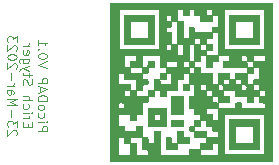
<source format=gbr>
%TF.GenerationSoftware,KiCad,Pcbnew,(6.0.7)*%
%TF.CreationDate,2023-03-22T16:10:42+01:00*%
%TF.ProjectId,PicoLink,5069636f-4c69-46e6-9b2e-6b696361645f,rev?*%
%TF.SameCoordinates,Original*%
%TF.FileFunction,Legend,Bot*%
%TF.FilePolarity,Positive*%
%FSLAX46Y46*%
G04 Gerber Fmt 4.6, Leading zero omitted, Abs format (unit mm)*
G04 Created by KiCad (PCBNEW (6.0.7)) date 2023-03-22 16:10:42*
%MOMM*%
%LPD*%
G01*
G04 APERTURE LIST*
%ADD10C,0.120000*%
%ADD11C,0.010000*%
G04 APERTURE END LIST*
D10*
X99626095Y-125447619D02*
X100426095Y-125447619D01*
X100426095Y-125142857D01*
X100388000Y-125066666D01*
X100349904Y-125028571D01*
X100273714Y-124990476D01*
X100159428Y-124990476D01*
X100083238Y-125028571D01*
X100045142Y-125066666D01*
X100007047Y-125142857D01*
X100007047Y-125447619D01*
X99626095Y-124647619D02*
X100159428Y-124647619D01*
X100426095Y-124647619D02*
X100388000Y-124685714D01*
X100349904Y-124647619D01*
X100388000Y-124609523D01*
X100426095Y-124647619D01*
X100349904Y-124647619D01*
X99664190Y-123923809D02*
X99626095Y-124000000D01*
X99626095Y-124152380D01*
X99664190Y-124228571D01*
X99702285Y-124266666D01*
X99778476Y-124304761D01*
X100007047Y-124304761D01*
X100083238Y-124266666D01*
X100121333Y-124228571D01*
X100159428Y-124152380D01*
X100159428Y-124000000D01*
X100121333Y-123923809D01*
X99626095Y-123466666D02*
X99664190Y-123542857D01*
X99702285Y-123580952D01*
X99778476Y-123619047D01*
X100007047Y-123619047D01*
X100083238Y-123580952D01*
X100121333Y-123542857D01*
X100159428Y-123466666D01*
X100159428Y-123352380D01*
X100121333Y-123276190D01*
X100083238Y-123238095D01*
X100007047Y-123200000D01*
X99778476Y-123200000D01*
X99702285Y-123238095D01*
X99664190Y-123276190D01*
X99626095Y-123352380D01*
X99626095Y-123466666D01*
X99626095Y-122857142D02*
X100426095Y-122857142D01*
X100426095Y-122666666D01*
X100388000Y-122552380D01*
X100311809Y-122476190D01*
X100235619Y-122438095D01*
X100083238Y-122400000D01*
X99968952Y-122400000D01*
X99816571Y-122438095D01*
X99740380Y-122476190D01*
X99664190Y-122552380D01*
X99626095Y-122666666D01*
X99626095Y-122857142D01*
X99854666Y-122095238D02*
X99854666Y-121714285D01*
X99626095Y-122171428D02*
X100426095Y-121904761D01*
X99626095Y-121638095D01*
X99626095Y-121371428D02*
X100426095Y-121371428D01*
X100426095Y-121066666D01*
X100388000Y-120990476D01*
X100349904Y-120952380D01*
X100273714Y-120914285D01*
X100159428Y-120914285D01*
X100083238Y-120952380D01*
X100045142Y-120990476D01*
X100007047Y-121066666D01*
X100007047Y-121371428D01*
X100426095Y-120076190D02*
X99626095Y-119809523D01*
X100426095Y-119542857D01*
X100426095Y-119123809D02*
X100426095Y-119047619D01*
X100388000Y-118971428D01*
X100349904Y-118933333D01*
X100273714Y-118895238D01*
X100121333Y-118857142D01*
X99930857Y-118857142D01*
X99778476Y-118895238D01*
X99702285Y-118933333D01*
X99664190Y-118971428D01*
X99626095Y-119047619D01*
X99626095Y-119123809D01*
X99664190Y-119200000D01*
X99702285Y-119238095D01*
X99778476Y-119276190D01*
X99930857Y-119314285D01*
X100121333Y-119314285D01*
X100273714Y-119276190D01*
X100349904Y-119238095D01*
X100388000Y-119200000D01*
X100426095Y-119123809D01*
X99702285Y-118514285D02*
X99664190Y-118476190D01*
X99626095Y-118514285D01*
X99664190Y-118552380D01*
X99702285Y-118514285D01*
X99626095Y-118514285D01*
X99626095Y-117714285D02*
X99626095Y-118171428D01*
X99626095Y-117942857D02*
X100426095Y-117942857D01*
X100311809Y-118019047D01*
X100235619Y-118095238D01*
X100197523Y-118171428D01*
X98757142Y-125085714D02*
X98757142Y-124819047D01*
X98338095Y-124704761D02*
X98338095Y-125085714D01*
X99138095Y-125085714D01*
X99138095Y-124704761D01*
X98338095Y-124361904D02*
X98871428Y-124361904D01*
X98719047Y-124361904D02*
X98795238Y-124323809D01*
X98833333Y-124285714D01*
X98871428Y-124209523D01*
X98871428Y-124133333D01*
X98338095Y-123866666D02*
X98871428Y-123866666D01*
X99138095Y-123866666D02*
X99100000Y-123904761D01*
X99061904Y-123866666D01*
X99100000Y-123828571D01*
X99138095Y-123866666D01*
X99061904Y-123866666D01*
X98376190Y-123142857D02*
X98338095Y-123219047D01*
X98338095Y-123371428D01*
X98376190Y-123447619D01*
X98414285Y-123485714D01*
X98490476Y-123523809D01*
X98719047Y-123523809D01*
X98795238Y-123485714D01*
X98833333Y-123447619D01*
X98871428Y-123371428D01*
X98871428Y-123219047D01*
X98833333Y-123142857D01*
X98338095Y-122800000D02*
X99138095Y-122800000D01*
X98338095Y-122457142D02*
X98757142Y-122457142D01*
X98833333Y-122495238D01*
X98871428Y-122571428D01*
X98871428Y-122685714D01*
X98833333Y-122761904D01*
X98795238Y-122800000D01*
X98376190Y-121504761D02*
X98338095Y-121390476D01*
X98338095Y-121200000D01*
X98376190Y-121123809D01*
X98414285Y-121085714D01*
X98490476Y-121047619D01*
X98566666Y-121047619D01*
X98642857Y-121085714D01*
X98680952Y-121123809D01*
X98719047Y-121200000D01*
X98757142Y-121352380D01*
X98795238Y-121428571D01*
X98833333Y-121466666D01*
X98909523Y-121504761D01*
X98985714Y-121504761D01*
X99061904Y-121466666D01*
X99100000Y-121428571D01*
X99138095Y-121352380D01*
X99138095Y-121161904D01*
X99100000Y-121047619D01*
X98871428Y-120819047D02*
X98871428Y-120514285D01*
X99138095Y-120704761D02*
X98452380Y-120704761D01*
X98376190Y-120666666D01*
X98338095Y-120590476D01*
X98338095Y-120514285D01*
X98871428Y-120323809D02*
X98338095Y-120133333D01*
X98871428Y-119942857D02*
X98338095Y-120133333D01*
X98147619Y-120209523D01*
X98109523Y-120247619D01*
X98071428Y-120323809D01*
X98871428Y-119295238D02*
X98223809Y-119295238D01*
X98147619Y-119333333D01*
X98109523Y-119371428D01*
X98071428Y-119447619D01*
X98071428Y-119561904D01*
X98109523Y-119638095D01*
X98376190Y-119295238D02*
X98338095Y-119371428D01*
X98338095Y-119523809D01*
X98376190Y-119600000D01*
X98414285Y-119638095D01*
X98490476Y-119676190D01*
X98719047Y-119676190D01*
X98795238Y-119638095D01*
X98833333Y-119600000D01*
X98871428Y-119523809D01*
X98871428Y-119371428D01*
X98833333Y-119295238D01*
X98376190Y-118609523D02*
X98338095Y-118685714D01*
X98338095Y-118838095D01*
X98376190Y-118914285D01*
X98452380Y-118952380D01*
X98757142Y-118952380D01*
X98833333Y-118914285D01*
X98871428Y-118838095D01*
X98871428Y-118685714D01*
X98833333Y-118609523D01*
X98757142Y-118571428D01*
X98680952Y-118571428D01*
X98604761Y-118952380D01*
X98338095Y-118228571D02*
X98871428Y-118228571D01*
X98719047Y-118228571D02*
X98795238Y-118190476D01*
X98833333Y-118152380D01*
X98871428Y-118076190D01*
X98871428Y-118000000D01*
X97773904Y-125790476D02*
X97812000Y-125752380D01*
X97850095Y-125676190D01*
X97850095Y-125485714D01*
X97812000Y-125409523D01*
X97773904Y-125371428D01*
X97697714Y-125333333D01*
X97621523Y-125333333D01*
X97507238Y-125371428D01*
X97050095Y-125828571D01*
X97050095Y-125333333D01*
X97850095Y-125066666D02*
X97850095Y-124571428D01*
X97545333Y-124838095D01*
X97545333Y-124723809D01*
X97507238Y-124647619D01*
X97469142Y-124609523D01*
X97392952Y-124571428D01*
X97202476Y-124571428D01*
X97126285Y-124609523D01*
X97088190Y-124647619D01*
X97050095Y-124723809D01*
X97050095Y-124952380D01*
X97088190Y-125028571D01*
X97126285Y-125066666D01*
X97354857Y-124228571D02*
X97354857Y-123619047D01*
X97050095Y-123238095D02*
X97850095Y-123238095D01*
X97278666Y-122971428D01*
X97850095Y-122704761D01*
X97050095Y-122704761D01*
X97050095Y-121980952D02*
X97469142Y-121980952D01*
X97545333Y-122019047D01*
X97583428Y-122095238D01*
X97583428Y-122247619D01*
X97545333Y-122323809D01*
X97088190Y-121980952D02*
X97050095Y-122057142D01*
X97050095Y-122247619D01*
X97088190Y-122323809D01*
X97164380Y-122361904D01*
X97240571Y-122361904D01*
X97316761Y-122323809D01*
X97354857Y-122247619D01*
X97354857Y-122057142D01*
X97392952Y-121980952D01*
X97050095Y-121600000D02*
X97583428Y-121600000D01*
X97431047Y-121600000D02*
X97507238Y-121561904D01*
X97545333Y-121523809D01*
X97583428Y-121447619D01*
X97583428Y-121371428D01*
X97354857Y-121104761D02*
X97354857Y-120495238D01*
X97773904Y-120152380D02*
X97812000Y-120114285D01*
X97850095Y-120038095D01*
X97850095Y-119847619D01*
X97812000Y-119771428D01*
X97773904Y-119733333D01*
X97697714Y-119695238D01*
X97621523Y-119695238D01*
X97507238Y-119733333D01*
X97050095Y-120190476D01*
X97050095Y-119695238D01*
X97850095Y-119200000D02*
X97850095Y-119123809D01*
X97812000Y-119047619D01*
X97773904Y-119009523D01*
X97697714Y-118971428D01*
X97545333Y-118933333D01*
X97354857Y-118933333D01*
X97202476Y-118971428D01*
X97126285Y-119009523D01*
X97088190Y-119047619D01*
X97050095Y-119123809D01*
X97050095Y-119200000D01*
X97088190Y-119276190D01*
X97126285Y-119314285D01*
X97202476Y-119352380D01*
X97354857Y-119390476D01*
X97545333Y-119390476D01*
X97697714Y-119352380D01*
X97773904Y-119314285D01*
X97812000Y-119276190D01*
X97850095Y-119200000D01*
X97773904Y-118628571D02*
X97812000Y-118590476D01*
X97850095Y-118514285D01*
X97850095Y-118323809D01*
X97812000Y-118247619D01*
X97773904Y-118209523D01*
X97697714Y-118171428D01*
X97621523Y-118171428D01*
X97507238Y-118209523D01*
X97050095Y-118666666D01*
X97050095Y-118171428D01*
X97850095Y-117904761D02*
X97850095Y-117409523D01*
X97545333Y-117676190D01*
X97545333Y-117561904D01*
X97507238Y-117485714D01*
X97469142Y-117447619D01*
X97392952Y-117409523D01*
X97202476Y-117409523D01*
X97126285Y-117447619D01*
X97088190Y-117485714D01*
X97050095Y-117561904D01*
X97050095Y-117790476D01*
X97088190Y-117866666D01*
X97126285Y-117904761D01*
%TO.C,H2*%
G36*
X115838500Y-126951500D02*
G01*
X115838500Y-124983000D01*
X116346500Y-124983000D01*
X116346500Y-126443500D01*
X117807000Y-126443500D01*
X117807000Y-124983000D01*
X116346500Y-124983000D01*
X115838500Y-124983000D01*
X115838500Y-124411500D01*
X118315000Y-124411500D01*
X118315000Y-126951500D01*
X115838500Y-126951500D01*
G37*
D11*
X115838500Y-126951500D02*
X115838500Y-124983000D01*
X116346500Y-124983000D01*
X116346500Y-126443500D01*
X117807000Y-126443500D01*
X117807000Y-124983000D01*
X116346500Y-124983000D01*
X115838500Y-124983000D01*
X115838500Y-124411500D01*
X118315000Y-124411500D01*
X118315000Y-126951500D01*
X115838500Y-126951500D01*
G36*
X115838500Y-118061500D02*
G01*
X115838500Y-116093000D01*
X116346500Y-116093000D01*
X116346500Y-117553500D01*
X117807000Y-117553500D01*
X117807000Y-116093000D01*
X116346500Y-116093000D01*
X115838500Y-116093000D01*
X115838500Y-115585000D01*
X118315000Y-115585000D01*
X118315000Y-118061500D01*
X115838500Y-118061500D01*
G37*
X115838500Y-118061500D02*
X115838500Y-116093000D01*
X116346500Y-116093000D01*
X116346500Y-117553500D01*
X117807000Y-117553500D01*
X117807000Y-116093000D01*
X116346500Y-116093000D01*
X115838500Y-116093000D01*
X115838500Y-115585000D01*
X118315000Y-115585000D01*
X118315000Y-118061500D01*
X115838500Y-118061500D01*
G36*
X118315000Y-121998500D02*
G01*
X118315000Y-122506500D01*
X117807000Y-122506500D01*
X117807000Y-123014500D01*
X117299000Y-123014500D01*
X117299000Y-122506500D01*
X116346500Y-122506500D01*
X116346500Y-121998500D01*
X115330500Y-121998500D01*
X115330500Y-121744500D01*
X115330004Y-121669550D01*
X115313788Y-121545668D01*
X115250549Y-121498189D01*
X115108250Y-121490500D01*
X114886000Y-121490500D01*
X114886000Y-121268250D01*
X115330500Y-121268250D01*
X115331068Y-121333830D01*
X115349601Y-121442227D01*
X115421873Y-121483771D01*
X115584500Y-121490500D01*
X115659450Y-121490003D01*
X115783332Y-121473787D01*
X115830811Y-121410548D01*
X115838500Y-121268250D01*
X116346500Y-121268250D01*
X116347068Y-121333830D01*
X116365601Y-121442227D01*
X116437873Y-121483771D01*
X116600500Y-121490500D01*
X116854500Y-121490500D01*
X116854500Y-121744500D01*
X116854997Y-121819449D01*
X116871213Y-121943331D01*
X116934452Y-121990810D01*
X117076750Y-121998500D01*
X117142331Y-121997932D01*
X117250728Y-121979399D01*
X117292272Y-121907127D01*
X117299000Y-121744500D01*
X117298504Y-121669550D01*
X117282288Y-121545668D01*
X117219049Y-121498189D01*
X117076750Y-121490500D01*
X117059834Y-121490472D01*
X116919790Y-121478298D01*
X116864330Y-121417208D01*
X116854500Y-121268250D01*
X116853933Y-121202669D01*
X116835400Y-121094272D01*
X116763128Y-121052728D01*
X116600500Y-121046000D01*
X116525551Y-121046496D01*
X116401669Y-121062712D01*
X116354190Y-121125951D01*
X116346500Y-121268250D01*
X115838500Y-121268250D01*
X115837933Y-121202669D01*
X115819400Y-121094272D01*
X115747128Y-121052728D01*
X115584500Y-121046000D01*
X115509551Y-121046496D01*
X115385669Y-121062712D01*
X115338190Y-121125951D01*
X115330500Y-121268250D01*
X114886000Y-121268250D01*
X114886000Y-120538000D01*
X115838500Y-120538000D01*
X115838500Y-121046000D01*
X116346500Y-121046000D01*
X116346500Y-120538000D01*
X117299000Y-120538000D01*
X117299000Y-121490500D01*
X117807000Y-121490500D01*
X117807000Y-121998500D01*
X118315000Y-121998500D01*
G37*
X118315000Y-121998500D02*
X118315000Y-122506500D01*
X117807000Y-122506500D01*
X117807000Y-123014500D01*
X117299000Y-123014500D01*
X117299000Y-122506500D01*
X116346500Y-122506500D01*
X116346500Y-121998500D01*
X115330500Y-121998500D01*
X115330500Y-121744500D01*
X115330004Y-121669550D01*
X115313788Y-121545668D01*
X115250549Y-121498189D01*
X115108250Y-121490500D01*
X114886000Y-121490500D01*
X114886000Y-121268250D01*
X115330500Y-121268250D01*
X115331068Y-121333830D01*
X115349601Y-121442227D01*
X115421873Y-121483771D01*
X115584500Y-121490500D01*
X115659450Y-121490003D01*
X115783332Y-121473787D01*
X115830811Y-121410548D01*
X115838500Y-121268250D01*
X116346500Y-121268250D01*
X116347068Y-121333830D01*
X116365601Y-121442227D01*
X116437873Y-121483771D01*
X116600500Y-121490500D01*
X116854500Y-121490500D01*
X116854500Y-121744500D01*
X116854997Y-121819449D01*
X116871213Y-121943331D01*
X116934452Y-121990810D01*
X117076750Y-121998500D01*
X117142331Y-121997932D01*
X117250728Y-121979399D01*
X117292272Y-121907127D01*
X117299000Y-121744500D01*
X117298504Y-121669550D01*
X117282288Y-121545668D01*
X117219049Y-121498189D01*
X117076750Y-121490500D01*
X117059834Y-121490472D01*
X116919790Y-121478298D01*
X116864330Y-121417208D01*
X116854500Y-121268250D01*
X116853933Y-121202669D01*
X116835400Y-121094272D01*
X116763128Y-121052728D01*
X116600500Y-121046000D01*
X116525551Y-121046496D01*
X116401669Y-121062712D01*
X116354190Y-121125951D01*
X116346500Y-121268250D01*
X115838500Y-121268250D01*
X115837933Y-121202669D01*
X115819400Y-121094272D01*
X115747128Y-121052728D01*
X115584500Y-121046000D01*
X115509551Y-121046496D01*
X115385669Y-121062712D01*
X115338190Y-121125951D01*
X115330500Y-121268250D01*
X114886000Y-121268250D01*
X114886000Y-120538000D01*
X115838500Y-120538000D01*
X115838500Y-121046000D01*
X116346500Y-121046000D01*
X116346500Y-120538000D01*
X117299000Y-120538000D01*
X117299000Y-121490500D01*
X117807000Y-121490500D01*
X117807000Y-121998500D01*
X118315000Y-121998500D01*
G36*
X109425000Y-120030000D02*
G01*
X108917000Y-120030000D01*
X108917000Y-120284000D01*
X108916504Y-120358949D01*
X108900288Y-120482831D01*
X108837049Y-120530310D01*
X108694750Y-120538000D01*
X108629170Y-120537432D01*
X108520773Y-120518899D01*
X108479229Y-120446627D01*
X108472500Y-120284000D01*
X108472997Y-120209050D01*
X108489213Y-120085168D01*
X108552452Y-120037689D01*
X108694750Y-120030000D01*
X108760331Y-120029432D01*
X108868728Y-120010899D01*
X108910272Y-119938627D01*
X108917000Y-119776000D01*
X108917000Y-119522000D01*
X109425000Y-119522000D01*
X109425000Y-120030000D01*
G37*
X109425000Y-120030000D02*
X108917000Y-120030000D01*
X108917000Y-120284000D01*
X108916504Y-120358949D01*
X108900288Y-120482831D01*
X108837049Y-120530310D01*
X108694750Y-120538000D01*
X108629170Y-120537432D01*
X108520773Y-120518899D01*
X108479229Y-120446627D01*
X108472500Y-120284000D01*
X108472997Y-120209050D01*
X108489213Y-120085168D01*
X108552452Y-120037689D01*
X108694750Y-120030000D01*
X108760331Y-120029432D01*
X108868728Y-120010899D01*
X108910272Y-119938627D01*
X108917000Y-119776000D01*
X108917000Y-119522000D01*
X109425000Y-119522000D01*
X109425000Y-120030000D01*
G36*
X108917000Y-124983000D02*
G01*
X108917000Y-123967000D01*
X109425000Y-123967000D01*
X109425000Y-124475000D01*
X109933000Y-124475000D01*
X109933000Y-123967000D01*
X109425000Y-123967000D01*
X108917000Y-123967000D01*
X108917000Y-123459000D01*
X110441000Y-123459000D01*
X110441000Y-124983000D01*
X108917000Y-124983000D01*
G37*
X108917000Y-124983000D02*
X108917000Y-123967000D01*
X109425000Y-123967000D01*
X109425000Y-124475000D01*
X109933000Y-124475000D01*
X109933000Y-123967000D01*
X109425000Y-123967000D01*
X108917000Y-123967000D01*
X108917000Y-123459000D01*
X110441000Y-123459000D01*
X110441000Y-124983000D01*
X108917000Y-124983000D01*
G36*
X111901500Y-124983000D02*
G01*
X110885500Y-124983000D01*
X110885500Y-124475000D01*
X111901500Y-124475000D01*
X111901500Y-124983000D01*
G37*
X111901500Y-124983000D02*
X110885500Y-124983000D01*
X110885500Y-124475000D01*
X111901500Y-124475000D01*
X111901500Y-124983000D01*
G36*
X114886000Y-119522000D02*
G01*
X114378000Y-119522000D01*
X114378000Y-120030000D01*
X113870000Y-120030000D01*
X113870000Y-119014000D01*
X114886000Y-119014000D01*
X114886000Y-119522000D01*
G37*
X114886000Y-119522000D02*
X114378000Y-119522000D01*
X114378000Y-120030000D01*
X113870000Y-120030000D01*
X113870000Y-119014000D01*
X114886000Y-119014000D01*
X114886000Y-119522000D01*
G36*
X110441000Y-121046000D02*
G01*
X109933000Y-121046000D01*
X109933000Y-120538000D01*
X110441000Y-120538000D01*
X110441000Y-121046000D01*
G37*
X110441000Y-121046000D02*
X109933000Y-121046000D01*
X109933000Y-120538000D01*
X110441000Y-120538000D01*
X110441000Y-121046000D01*
G36*
X113362000Y-124983000D02*
G01*
X113108000Y-124983000D01*
X113033051Y-124983496D01*
X112909169Y-124999712D01*
X112861690Y-125062951D01*
X112854000Y-125205250D01*
X112854000Y-125427500D01*
X113870000Y-125427500D01*
X113870000Y-125935500D01*
X112854000Y-125935500D01*
X112854000Y-125681500D01*
X112853504Y-125606550D01*
X112837288Y-125482668D01*
X112774049Y-125435189D01*
X112631750Y-125427500D01*
X112614834Y-125427472D01*
X112474790Y-125415298D01*
X112419330Y-125354208D01*
X112409500Y-125205250D01*
X112409528Y-125188333D01*
X112421702Y-125048289D01*
X112482792Y-124992829D01*
X112631750Y-124983000D01*
X112697331Y-124982432D01*
X112805728Y-124963899D01*
X112847272Y-124891627D01*
X112854000Y-124729000D01*
X112854000Y-124475000D01*
X113362000Y-124475000D01*
X113362000Y-124983000D01*
G37*
X113362000Y-124983000D02*
X113108000Y-124983000D01*
X113033051Y-124983496D01*
X112909169Y-124999712D01*
X112861690Y-125062951D01*
X112854000Y-125205250D01*
X112854000Y-125427500D01*
X113870000Y-125427500D01*
X113870000Y-125935500D01*
X112854000Y-125935500D01*
X112854000Y-125681500D01*
X112853504Y-125606550D01*
X112837288Y-125482668D01*
X112774049Y-125435189D01*
X112631750Y-125427500D01*
X112614834Y-125427472D01*
X112474790Y-125415298D01*
X112419330Y-125354208D01*
X112409500Y-125205250D01*
X112409528Y-125188333D01*
X112421702Y-125048289D01*
X112482792Y-124992829D01*
X112631750Y-124983000D01*
X112697331Y-124982432D01*
X112805728Y-124963899D01*
X112847272Y-124891627D01*
X112854000Y-124729000D01*
X112854000Y-124475000D01*
X113362000Y-124475000D01*
X113362000Y-124983000D01*
G36*
X112854000Y-119776000D02*
G01*
X112853504Y-119850949D01*
X112837288Y-119974831D01*
X112774049Y-120022310D01*
X112631750Y-120030000D01*
X112566170Y-120029432D01*
X112457773Y-120010899D01*
X112416229Y-119938627D01*
X112409500Y-119776000D01*
X112409997Y-119701050D01*
X112426213Y-119577168D01*
X112489452Y-119529689D01*
X112631750Y-119522000D01*
X112854000Y-119522000D01*
X112854000Y-119776000D01*
G37*
X112854000Y-119776000D02*
X112853504Y-119850949D01*
X112837288Y-119974831D01*
X112774049Y-120022310D01*
X112631750Y-120030000D01*
X112566170Y-120029432D01*
X112457773Y-120010899D01*
X112416229Y-119938627D01*
X112409500Y-119776000D01*
X112409997Y-119701050D01*
X112426213Y-119577168D01*
X112489452Y-119529689D01*
X112631750Y-119522000D01*
X112854000Y-119522000D01*
X112854000Y-119776000D01*
G36*
X111901500Y-123967000D02*
G01*
X110885500Y-123967000D01*
X110885500Y-122506500D01*
X111901500Y-122506500D01*
X111901500Y-123967000D01*
G37*
X111901500Y-123967000D02*
X110885500Y-123967000D01*
X110885500Y-122506500D01*
X111901500Y-122506500D01*
X111901500Y-123967000D01*
G36*
X106948500Y-118061500D02*
G01*
X106948500Y-116093000D01*
X107456500Y-116093000D01*
X107456500Y-117553500D01*
X108917000Y-117553500D01*
X108917000Y-116093000D01*
X107456500Y-116093000D01*
X106948500Y-116093000D01*
X106948500Y-115585000D01*
X109425000Y-115585000D01*
X109425000Y-118061500D01*
X106948500Y-118061500D01*
G37*
X106948500Y-118061500D02*
X106948500Y-116093000D01*
X107456500Y-116093000D01*
X107456500Y-117553500D01*
X108917000Y-117553500D01*
X108917000Y-116093000D01*
X107456500Y-116093000D01*
X106948500Y-116093000D01*
X106948500Y-115585000D01*
X109425000Y-115585000D01*
X109425000Y-118061500D01*
X106948500Y-118061500D01*
G36*
X111901500Y-125935500D02*
G01*
X112409500Y-125935500D01*
X112409500Y-126443500D01*
X111393500Y-126443500D01*
X111393500Y-125427500D01*
X111901500Y-125427500D01*
X111901500Y-125935500D01*
G37*
X111901500Y-125935500D02*
X112409500Y-125935500D01*
X112409500Y-126443500D01*
X111393500Y-126443500D01*
X111393500Y-125427500D01*
X111901500Y-125427500D01*
X111901500Y-125935500D01*
G36*
X113362000Y-118569500D02*
G01*
X113870000Y-118569500D01*
X113870000Y-118061500D01*
X114378000Y-118061500D01*
X114378000Y-118569500D01*
X114124000Y-118569500D01*
X114049051Y-118569996D01*
X113925169Y-118586212D01*
X113877690Y-118649451D01*
X113870000Y-118791750D01*
X113870000Y-119014000D01*
X113362000Y-119014000D01*
X113362000Y-119522000D01*
X112854000Y-119522000D01*
X112854000Y-118061500D01*
X113362000Y-118061500D01*
X113362000Y-118569500D01*
G37*
X113362000Y-118569500D02*
X113870000Y-118569500D01*
X113870000Y-118061500D01*
X114378000Y-118061500D01*
X114378000Y-118569500D01*
X114124000Y-118569500D01*
X114049051Y-118569996D01*
X113925169Y-118586212D01*
X113877690Y-118649451D01*
X113870000Y-118791750D01*
X113870000Y-119014000D01*
X113362000Y-119014000D01*
X113362000Y-119522000D01*
X112854000Y-119522000D01*
X112854000Y-118061500D01*
X113362000Y-118061500D01*
X113362000Y-118569500D01*
G36*
X112409500Y-121998500D02*
G01*
X111901500Y-121998500D01*
X111901500Y-121490500D01*
X112409500Y-121490500D01*
X112409500Y-121998500D01*
G37*
X112409500Y-121998500D02*
X111901500Y-121998500D01*
X111901500Y-121490500D01*
X112409500Y-121490500D01*
X112409500Y-121998500D01*
G36*
X109425000Y-122506500D02*
G01*
X108917000Y-122506500D01*
X108917000Y-121998500D01*
X109425000Y-121998500D01*
X109425000Y-122506500D01*
G37*
X109425000Y-122506500D02*
X108917000Y-122506500D01*
X108917000Y-121998500D01*
X109425000Y-121998500D01*
X109425000Y-122506500D01*
G36*
X110728831Y-125936067D02*
G01*
X110837228Y-125954600D01*
X110878772Y-126026872D01*
X110885500Y-126189500D01*
X110885500Y-126443500D01*
X111393500Y-126443500D01*
X111393500Y-126951500D01*
X110441000Y-126951500D01*
X110441000Y-125935500D01*
X110663250Y-125935500D01*
X110728831Y-125936067D01*
G37*
X110728831Y-125936067D02*
X110837228Y-125954600D01*
X110878772Y-126026872D01*
X110885500Y-126189500D01*
X110885500Y-126443500D01*
X111393500Y-126443500D01*
X111393500Y-126951500D01*
X110441000Y-126951500D01*
X110441000Y-125935500D01*
X110663250Y-125935500D01*
X110728831Y-125936067D01*
G36*
X105742000Y-127967500D02*
G01*
X105742000Y-127459500D01*
X106440500Y-127459500D01*
X107456500Y-127459500D01*
X107456500Y-126443500D01*
X106948500Y-126443500D01*
X106948500Y-125935500D01*
X106440500Y-125935500D01*
X106440500Y-127459500D01*
X105742000Y-127459500D01*
X105742000Y-124983000D01*
X106440500Y-124983000D01*
X106694500Y-124983000D01*
X106769450Y-124983496D01*
X106893332Y-124999712D01*
X106940811Y-125062951D01*
X106948500Y-125205250D01*
X106948500Y-125427500D01*
X107964500Y-125427500D01*
X107964500Y-125205250D01*
X107965068Y-125139669D01*
X107983601Y-125031272D01*
X108055873Y-124989728D01*
X108218500Y-124983000D01*
X108472500Y-124983000D01*
X108472500Y-125935500D01*
X107456500Y-125935500D01*
X107456500Y-126443500D01*
X107964500Y-126443500D01*
X107964500Y-127459500D01*
X108917000Y-127459500D01*
X108917000Y-127205500D01*
X108916504Y-127130550D01*
X108900288Y-127006668D01*
X108837049Y-126959189D01*
X108694750Y-126951500D01*
X108472500Y-126951500D01*
X108472500Y-125935500D01*
X108694750Y-125935500D01*
X108760331Y-125936067D01*
X108868728Y-125954600D01*
X108910272Y-126026872D01*
X108917000Y-126189500D01*
X108917000Y-126443500D01*
X109425000Y-126443500D01*
X109425000Y-125427500D01*
X109933000Y-125427500D01*
X109933000Y-127459500D01*
X112409500Y-127459500D01*
X113362000Y-127459500D01*
X114886000Y-127459500D01*
X114886000Y-127396000D01*
X115394000Y-127396000D01*
X118759500Y-127396000D01*
X118759500Y-124030500D01*
X115394000Y-124030500D01*
X115394000Y-127396000D01*
X114886000Y-127396000D01*
X114886000Y-126443500D01*
X114378000Y-126443500D01*
X114378000Y-126951500D01*
X113362000Y-126951500D01*
X113362000Y-127459500D01*
X112409500Y-127459500D01*
X112409500Y-126951500D01*
X113362000Y-126951500D01*
X113362000Y-126443500D01*
X113870000Y-126443500D01*
X113870000Y-125935500D01*
X114886000Y-125935500D01*
X114886000Y-125427500D01*
X114632000Y-125427500D01*
X114557051Y-125427003D01*
X114433169Y-125410787D01*
X114385690Y-125347548D01*
X114378000Y-125205250D01*
X114377433Y-125139669D01*
X114358900Y-125031272D01*
X114286628Y-124989728D01*
X114124000Y-124983000D01*
X113870000Y-124983000D01*
X113870000Y-124475000D01*
X113362000Y-124475000D01*
X113362000Y-123967000D01*
X113870000Y-123967000D01*
X114378000Y-123967000D01*
X114378000Y-124475000D01*
X114886000Y-124475000D01*
X114886000Y-123459000D01*
X113870000Y-123459000D01*
X113870000Y-123967000D01*
X113362000Y-123967000D01*
X112854000Y-123967000D01*
X112854000Y-123713000D01*
X112853504Y-123638050D01*
X112837288Y-123514168D01*
X112774049Y-123466689D01*
X112631750Y-123459000D01*
X112409500Y-123459000D01*
X112409500Y-122506500D01*
X112854000Y-122506500D01*
X112854000Y-121490500D01*
X113362000Y-121490500D01*
X113362000Y-121998500D01*
X113870000Y-121998500D01*
X113870000Y-122506500D01*
X114378000Y-122506500D01*
X114378000Y-121998500D01*
X113870000Y-121998500D01*
X113870000Y-121490500D01*
X113362000Y-121490500D01*
X112854000Y-121490500D01*
X112409500Y-121490500D01*
X112409500Y-120538000D01*
X111901500Y-120538000D01*
X111901500Y-121046000D01*
X111393500Y-121046000D01*
X111393500Y-121998500D01*
X110441000Y-121998500D01*
X110441000Y-122506500D01*
X109933000Y-122506500D01*
X109933000Y-121998500D01*
X109425000Y-121998500D01*
X109425000Y-121046000D01*
X109679000Y-121046000D01*
X109753950Y-121046496D01*
X109877832Y-121062712D01*
X109925311Y-121125951D01*
X109933000Y-121268250D01*
X109933000Y-121490500D01*
X110885500Y-121490500D01*
X110885500Y-120538000D01*
X110663250Y-120538000D01*
X110597670Y-120537432D01*
X110489273Y-120518899D01*
X110447729Y-120446627D01*
X110441000Y-120284000D01*
X110441000Y-120030000D01*
X109933000Y-120030000D01*
X109933000Y-119522000D01*
X110441000Y-119522000D01*
X110441000Y-120030000D01*
X111393500Y-120030000D01*
X111393500Y-119522000D01*
X110441000Y-119522000D01*
X109933000Y-119522000D01*
X109933000Y-119014000D01*
X108472500Y-119014000D01*
X108472500Y-120030000D01*
X107456500Y-120030000D01*
X107456500Y-120538000D01*
X108472500Y-120538000D01*
X108472500Y-120792000D01*
X108472997Y-120866949D01*
X108489213Y-120990831D01*
X108552452Y-121038310D01*
X108694750Y-121046000D01*
X108711667Y-121046027D01*
X108851711Y-121058201D01*
X108907171Y-121119291D01*
X108917000Y-121268250D01*
X108916973Y-121285166D01*
X108904799Y-121425210D01*
X108843709Y-121480670D01*
X108694750Y-121490500D01*
X108629170Y-121491067D01*
X108520773Y-121509600D01*
X108479229Y-121581872D01*
X108472500Y-121744500D01*
X108472500Y-121998500D01*
X107964500Y-121998500D01*
X107964500Y-122506500D01*
X108917000Y-122506500D01*
X108917000Y-122760500D01*
X108916504Y-122835449D01*
X108900288Y-122959331D01*
X108837049Y-123006810D01*
X108694750Y-123014500D01*
X108472500Y-123014500D01*
X108472500Y-123967000D01*
X107964500Y-123967000D01*
X107964500Y-124475000D01*
X107456500Y-124475000D01*
X107456500Y-123967000D01*
X106440500Y-123967000D01*
X106440500Y-124983000D01*
X105742000Y-124983000D01*
X105742000Y-123236750D01*
X106440500Y-123236750D01*
X106441068Y-123302330D01*
X106459601Y-123410727D01*
X106531873Y-123452271D01*
X106694500Y-123459000D01*
X106769450Y-123458503D01*
X106893332Y-123442287D01*
X106940811Y-123379048D01*
X106948500Y-123236750D01*
X106947933Y-123171169D01*
X106929400Y-123062772D01*
X106857128Y-123021228D01*
X106694500Y-123014500D01*
X106619551Y-123014996D01*
X106495669Y-123031212D01*
X106448190Y-123094451D01*
X106440500Y-123236750D01*
X105742000Y-123236750D01*
X105742000Y-121490500D01*
X106440500Y-121490500D01*
X107456500Y-121490500D01*
X107456500Y-121998500D01*
X106948500Y-121998500D01*
X106948500Y-122506500D01*
X107456500Y-122506500D01*
X107456500Y-121998500D01*
X107964500Y-121998500D01*
X107964500Y-121046000D01*
X106948500Y-121046000D01*
X106948500Y-120538000D01*
X106440500Y-120538000D01*
X106440500Y-121490500D01*
X105742000Y-121490500D01*
X105742000Y-119014000D01*
X106948500Y-119014000D01*
X106948500Y-120030000D01*
X107456500Y-120030000D01*
X107456500Y-119522000D01*
X107964500Y-119522000D01*
X107964500Y-119014000D01*
X106948500Y-119014000D01*
X105742000Y-119014000D01*
X105742000Y-115140500D01*
X106504000Y-115140500D01*
X106504000Y-118506000D01*
X109869500Y-118506000D01*
X109869500Y-118315500D01*
X110441000Y-118315500D01*
X110441497Y-118390449D01*
X110457713Y-118514331D01*
X110520952Y-118561810D01*
X110663250Y-118569500D01*
X110728831Y-118568932D01*
X110837228Y-118550399D01*
X110878772Y-118478127D01*
X110885500Y-118315500D01*
X110885500Y-118061500D01*
X111393500Y-118061500D01*
X111393500Y-119014000D01*
X111901500Y-119014000D01*
X111901500Y-118061500D01*
X111393500Y-118061500D01*
X111393500Y-116093000D01*
X111901500Y-116093000D01*
X111901500Y-117553500D01*
X112409500Y-117553500D01*
X112409500Y-116601000D01*
X112631750Y-116601000D01*
X112648667Y-116601027D01*
X112788711Y-116613201D01*
X112844171Y-116674291D01*
X112854000Y-116823250D01*
X112854000Y-117045500D01*
X114378000Y-117045500D01*
X114378000Y-117553500D01*
X113870000Y-117553500D01*
X113870000Y-118061500D01*
X113362000Y-118061500D01*
X113362000Y-117553500D01*
X112854000Y-117553500D01*
X112854000Y-117807500D01*
X112853504Y-117882449D01*
X112837288Y-118006331D01*
X112774049Y-118053810D01*
X112631750Y-118061500D01*
X112409500Y-118061500D01*
X112409500Y-119522000D01*
X111901500Y-119522000D01*
X111901500Y-120030000D01*
X112409500Y-120030000D01*
X112409500Y-120538000D01*
X112631750Y-120538000D01*
X112697331Y-120537432D01*
X112805728Y-120518899D01*
X112847272Y-120446627D01*
X112854000Y-120284000D01*
X112854000Y-120030000D01*
X113362000Y-120030000D01*
X113362000Y-120538000D01*
X114378000Y-120538000D01*
X114378000Y-121490500D01*
X114886000Y-121490500D01*
X114886000Y-121744500D01*
X114886497Y-121819449D01*
X114902713Y-121943331D01*
X114965952Y-121990810D01*
X115108250Y-121998500D01*
X115173831Y-121999067D01*
X115282228Y-122017600D01*
X115323772Y-122089872D01*
X115330500Y-122252500D01*
X115330500Y-122506500D01*
X115838500Y-122506500D01*
X115838500Y-123014500D01*
X114886000Y-123014500D01*
X114886000Y-122506500D01*
X114378000Y-122506500D01*
X114378000Y-123014500D01*
X114632000Y-123014500D01*
X114706950Y-123014996D01*
X114830832Y-123031212D01*
X114878311Y-123094451D01*
X114886000Y-123236750D01*
X114886000Y-123459000D01*
X116346500Y-123459000D01*
X116346500Y-123236750D01*
X116347068Y-123171169D01*
X116365601Y-123062772D01*
X116437873Y-123021228D01*
X116600500Y-123014500D01*
X116675450Y-123014996D01*
X116799332Y-123031212D01*
X116846811Y-123094451D01*
X116854500Y-123236750D01*
X116854500Y-123459000D01*
X118823000Y-123459000D01*
X118823000Y-123236750D01*
X118822433Y-123171169D01*
X118803900Y-123062772D01*
X118731628Y-123021228D01*
X118569000Y-123014500D01*
X118315000Y-123014500D01*
X118315000Y-122506500D01*
X118823000Y-122506500D01*
X118823000Y-121998500D01*
X118315000Y-121998500D01*
X118315000Y-121490500D01*
X118061000Y-121490500D01*
X117986051Y-121490003D01*
X117862169Y-121473787D01*
X117814690Y-121410548D01*
X117807000Y-121268250D01*
X117807568Y-121202669D01*
X117826101Y-121094272D01*
X117898373Y-121052728D01*
X118061000Y-121046000D01*
X118315000Y-121046000D01*
X118315000Y-120030000D01*
X117807000Y-120030000D01*
X117807000Y-119522000D01*
X117299000Y-119522000D01*
X117299000Y-119268000D01*
X117298504Y-119193050D01*
X117282288Y-119069168D01*
X117219049Y-119021689D01*
X117076750Y-119014000D01*
X117807000Y-119014000D01*
X117807000Y-119522000D01*
X118823000Y-119522000D01*
X118823000Y-119014000D01*
X117807000Y-119014000D01*
X117076750Y-119014000D01*
X117011170Y-119014567D01*
X116902773Y-119033100D01*
X116861229Y-119105372D01*
X116854500Y-119268000D01*
X116854997Y-119342949D01*
X116871213Y-119466831D01*
X116934452Y-119514310D01*
X117076750Y-119522000D01*
X117142331Y-119522567D01*
X117250728Y-119541100D01*
X117292272Y-119613372D01*
X117299000Y-119776000D01*
X117299000Y-120030000D01*
X115330500Y-120030000D01*
X115330500Y-119522000D01*
X115838500Y-119522000D01*
X115838500Y-119014000D01*
X114886000Y-119014000D01*
X114886000Y-117045500D01*
X114632000Y-117045500D01*
X114557051Y-117045003D01*
X114433169Y-117028787D01*
X114385690Y-116965548D01*
X114378000Y-116823250D01*
X114378568Y-116757669D01*
X114397101Y-116649272D01*
X114469373Y-116607728D01*
X114632000Y-116601000D01*
X114886000Y-116601000D01*
X114886000Y-115585000D01*
X114378000Y-115585000D01*
X114378000Y-116093000D01*
X113362000Y-116093000D01*
X113362000Y-115585000D01*
X112854000Y-115585000D01*
X112854000Y-115331000D01*
X112853504Y-115256050D01*
X112837288Y-115132168D01*
X112774049Y-115084689D01*
X112631750Y-115077000D01*
X113870000Y-115077000D01*
X113870000Y-115585000D01*
X114378000Y-115585000D01*
X114378000Y-115140500D01*
X115394000Y-115140500D01*
X115394000Y-118506000D01*
X118759500Y-118506000D01*
X118759500Y-115140500D01*
X115394000Y-115140500D01*
X114378000Y-115140500D01*
X114378000Y-115077000D01*
X113870000Y-115077000D01*
X112631750Y-115077000D01*
X112566170Y-115077567D01*
X112457773Y-115096100D01*
X112416229Y-115168372D01*
X112409500Y-115331000D01*
X112409500Y-115585000D01*
X111901500Y-115585000D01*
X111901500Y-115077000D01*
X111393500Y-115077000D01*
X111393500Y-116093000D01*
X110885500Y-116093000D01*
X110885500Y-115839000D01*
X110885004Y-115764050D01*
X110868788Y-115640168D01*
X110805549Y-115592689D01*
X110663250Y-115585000D01*
X110597670Y-115585567D01*
X110489273Y-115604100D01*
X110447729Y-115676372D01*
X110441000Y-115839000D01*
X110441497Y-115913949D01*
X110457713Y-116037831D01*
X110520952Y-116085310D01*
X110663250Y-116093000D01*
X110728831Y-116093567D01*
X110837228Y-116112100D01*
X110878772Y-116184372D01*
X110885500Y-116347000D01*
X110885004Y-116421949D01*
X110868788Y-116545831D01*
X110805549Y-116593310D01*
X110663250Y-116601000D01*
X110646334Y-116601027D01*
X110506290Y-116613201D01*
X110450830Y-116674291D01*
X110441000Y-116823250D01*
X110441028Y-116840166D01*
X110453202Y-116980210D01*
X110514292Y-117035670D01*
X110663250Y-117045500D01*
X110885500Y-117045500D01*
X110885500Y-118061500D01*
X110663250Y-118061500D01*
X110597670Y-118062067D01*
X110489273Y-118080600D01*
X110447729Y-118152872D01*
X110441000Y-118315500D01*
X109869500Y-118315500D01*
X109869500Y-115140500D01*
X106504000Y-115140500D01*
X105742000Y-115140500D01*
X105742000Y-114632500D01*
X119458000Y-114632500D01*
X119458000Y-127967500D01*
X105742000Y-127967500D01*
G37*
X105742000Y-127967500D02*
X105742000Y-127459500D01*
X106440500Y-127459500D01*
X107456500Y-127459500D01*
X107456500Y-126443500D01*
X106948500Y-126443500D01*
X106948500Y-125935500D01*
X106440500Y-125935500D01*
X106440500Y-127459500D01*
X105742000Y-127459500D01*
X105742000Y-124983000D01*
X106440500Y-124983000D01*
X106694500Y-124983000D01*
X106769450Y-124983496D01*
X106893332Y-124999712D01*
X106940811Y-125062951D01*
X106948500Y-125205250D01*
X106948500Y-125427500D01*
X107964500Y-125427500D01*
X107964500Y-125205250D01*
X107965068Y-125139669D01*
X107983601Y-125031272D01*
X108055873Y-124989728D01*
X108218500Y-124983000D01*
X108472500Y-124983000D01*
X108472500Y-125935500D01*
X107456500Y-125935500D01*
X107456500Y-126443500D01*
X107964500Y-126443500D01*
X107964500Y-127459500D01*
X108917000Y-127459500D01*
X108917000Y-127205500D01*
X108916504Y-127130550D01*
X108900288Y-127006668D01*
X108837049Y-126959189D01*
X108694750Y-126951500D01*
X108472500Y-126951500D01*
X108472500Y-125935500D01*
X108694750Y-125935500D01*
X108760331Y-125936067D01*
X108868728Y-125954600D01*
X108910272Y-126026872D01*
X108917000Y-126189500D01*
X108917000Y-126443500D01*
X109425000Y-126443500D01*
X109425000Y-125427500D01*
X109933000Y-125427500D01*
X109933000Y-127459500D01*
X112409500Y-127459500D01*
X113362000Y-127459500D01*
X114886000Y-127459500D01*
X114886000Y-127396000D01*
X115394000Y-127396000D01*
X118759500Y-127396000D01*
X118759500Y-124030500D01*
X115394000Y-124030500D01*
X115394000Y-127396000D01*
X114886000Y-127396000D01*
X114886000Y-126443500D01*
X114378000Y-126443500D01*
X114378000Y-126951500D01*
X113362000Y-126951500D01*
X113362000Y-127459500D01*
X112409500Y-127459500D01*
X112409500Y-126951500D01*
X113362000Y-126951500D01*
X113362000Y-126443500D01*
X113870000Y-126443500D01*
X113870000Y-125935500D01*
X114886000Y-125935500D01*
X114886000Y-125427500D01*
X114632000Y-125427500D01*
X114557051Y-125427003D01*
X114433169Y-125410787D01*
X114385690Y-125347548D01*
X114378000Y-125205250D01*
X114377433Y-125139669D01*
X114358900Y-125031272D01*
X114286628Y-124989728D01*
X114124000Y-124983000D01*
X113870000Y-124983000D01*
X113870000Y-124475000D01*
X113362000Y-124475000D01*
X113362000Y-123967000D01*
X113870000Y-123967000D01*
X114378000Y-123967000D01*
X114378000Y-124475000D01*
X114886000Y-124475000D01*
X114886000Y-123459000D01*
X113870000Y-123459000D01*
X113870000Y-123967000D01*
X113362000Y-123967000D01*
X112854000Y-123967000D01*
X112854000Y-123713000D01*
X112853504Y-123638050D01*
X112837288Y-123514168D01*
X112774049Y-123466689D01*
X112631750Y-123459000D01*
X112409500Y-123459000D01*
X112409500Y-122506500D01*
X112854000Y-122506500D01*
X112854000Y-121490500D01*
X113362000Y-121490500D01*
X113362000Y-121998500D01*
X113870000Y-121998500D01*
X113870000Y-122506500D01*
X114378000Y-122506500D01*
X114378000Y-121998500D01*
X113870000Y-121998500D01*
X113870000Y-121490500D01*
X113362000Y-121490500D01*
X112854000Y-121490500D01*
X112409500Y-121490500D01*
X112409500Y-120538000D01*
X111901500Y-120538000D01*
X111901500Y-121046000D01*
X111393500Y-121046000D01*
X111393500Y-121998500D01*
X110441000Y-121998500D01*
X110441000Y-122506500D01*
X109933000Y-122506500D01*
X109933000Y-121998500D01*
X109425000Y-121998500D01*
X109425000Y-121046000D01*
X109679000Y-121046000D01*
X109753950Y-121046496D01*
X109877832Y-121062712D01*
X109925311Y-121125951D01*
X109933000Y-121268250D01*
X109933000Y-121490500D01*
X110885500Y-121490500D01*
X110885500Y-120538000D01*
X110663250Y-120538000D01*
X110597670Y-120537432D01*
X110489273Y-120518899D01*
X110447729Y-120446627D01*
X110441000Y-120284000D01*
X110441000Y-120030000D01*
X109933000Y-120030000D01*
X109933000Y-119522000D01*
X110441000Y-119522000D01*
X110441000Y-120030000D01*
X111393500Y-120030000D01*
X111393500Y-119522000D01*
X110441000Y-119522000D01*
X109933000Y-119522000D01*
X109933000Y-119014000D01*
X108472500Y-119014000D01*
X108472500Y-120030000D01*
X107456500Y-120030000D01*
X107456500Y-120538000D01*
X108472500Y-120538000D01*
X108472500Y-120792000D01*
X108472997Y-120866949D01*
X108489213Y-120990831D01*
X108552452Y-121038310D01*
X108694750Y-121046000D01*
X108711667Y-121046027D01*
X108851711Y-121058201D01*
X108907171Y-121119291D01*
X108917000Y-121268250D01*
X108916973Y-121285166D01*
X108904799Y-121425210D01*
X108843709Y-121480670D01*
X108694750Y-121490500D01*
X108629170Y-121491067D01*
X108520773Y-121509600D01*
X108479229Y-121581872D01*
X108472500Y-121744500D01*
X108472500Y-121998500D01*
X107964500Y-121998500D01*
X107964500Y-122506500D01*
X108917000Y-122506500D01*
X108917000Y-122760500D01*
X108916504Y-122835449D01*
X108900288Y-122959331D01*
X108837049Y-123006810D01*
X108694750Y-123014500D01*
X108472500Y-123014500D01*
X108472500Y-123967000D01*
X107964500Y-123967000D01*
X107964500Y-124475000D01*
X107456500Y-124475000D01*
X107456500Y-123967000D01*
X106440500Y-123967000D01*
X106440500Y-124983000D01*
X105742000Y-124983000D01*
X105742000Y-123236750D01*
X106440500Y-123236750D01*
X106441068Y-123302330D01*
X106459601Y-123410727D01*
X106531873Y-123452271D01*
X106694500Y-123459000D01*
X106769450Y-123458503D01*
X106893332Y-123442287D01*
X106940811Y-123379048D01*
X106948500Y-123236750D01*
X106947933Y-123171169D01*
X106929400Y-123062772D01*
X106857128Y-123021228D01*
X106694500Y-123014500D01*
X106619551Y-123014996D01*
X106495669Y-123031212D01*
X106448190Y-123094451D01*
X106440500Y-123236750D01*
X105742000Y-123236750D01*
X105742000Y-121490500D01*
X106440500Y-121490500D01*
X107456500Y-121490500D01*
X107456500Y-121998500D01*
X106948500Y-121998500D01*
X106948500Y-122506500D01*
X107456500Y-122506500D01*
X107456500Y-121998500D01*
X107964500Y-121998500D01*
X107964500Y-121046000D01*
X106948500Y-121046000D01*
X106948500Y-120538000D01*
X106440500Y-120538000D01*
X106440500Y-121490500D01*
X105742000Y-121490500D01*
X105742000Y-119014000D01*
X106948500Y-119014000D01*
X106948500Y-120030000D01*
X107456500Y-120030000D01*
X107456500Y-119522000D01*
X107964500Y-119522000D01*
X107964500Y-119014000D01*
X106948500Y-119014000D01*
X105742000Y-119014000D01*
X105742000Y-115140500D01*
X106504000Y-115140500D01*
X106504000Y-118506000D01*
X109869500Y-118506000D01*
X109869500Y-118315500D01*
X110441000Y-118315500D01*
X110441497Y-118390449D01*
X110457713Y-118514331D01*
X110520952Y-118561810D01*
X110663250Y-118569500D01*
X110728831Y-118568932D01*
X110837228Y-118550399D01*
X110878772Y-118478127D01*
X110885500Y-118315500D01*
X110885500Y-118061500D01*
X111393500Y-118061500D01*
X111393500Y-119014000D01*
X111901500Y-119014000D01*
X111901500Y-118061500D01*
X111393500Y-118061500D01*
X111393500Y-116093000D01*
X111901500Y-116093000D01*
X111901500Y-117553500D01*
X112409500Y-117553500D01*
X112409500Y-116601000D01*
X112631750Y-116601000D01*
X112648667Y-116601027D01*
X112788711Y-116613201D01*
X112844171Y-116674291D01*
X112854000Y-116823250D01*
X112854000Y-117045500D01*
X114378000Y-117045500D01*
X114378000Y-117553500D01*
X113870000Y-117553500D01*
X113870000Y-118061500D01*
X113362000Y-118061500D01*
X113362000Y-117553500D01*
X112854000Y-117553500D01*
X112854000Y-117807500D01*
X112853504Y-117882449D01*
X112837288Y-118006331D01*
X112774049Y-118053810D01*
X112631750Y-118061500D01*
X112409500Y-118061500D01*
X112409500Y-119522000D01*
X111901500Y-119522000D01*
X111901500Y-120030000D01*
X112409500Y-120030000D01*
X112409500Y-120538000D01*
X112631750Y-120538000D01*
X112697331Y-120537432D01*
X112805728Y-120518899D01*
X112847272Y-120446627D01*
X112854000Y-120284000D01*
X112854000Y-120030000D01*
X113362000Y-120030000D01*
X113362000Y-120538000D01*
X114378000Y-120538000D01*
X114378000Y-121490500D01*
X114886000Y-121490500D01*
X114886000Y-121744500D01*
X114886497Y-121819449D01*
X114902713Y-121943331D01*
X114965952Y-121990810D01*
X115108250Y-121998500D01*
X115173831Y-121999067D01*
X115282228Y-122017600D01*
X115323772Y-122089872D01*
X115330500Y-122252500D01*
X115330500Y-122506500D01*
X115838500Y-122506500D01*
X115838500Y-123014500D01*
X114886000Y-123014500D01*
X114886000Y-122506500D01*
X114378000Y-122506500D01*
X114378000Y-123014500D01*
X114632000Y-123014500D01*
X114706950Y-123014996D01*
X114830832Y-123031212D01*
X114878311Y-123094451D01*
X114886000Y-123236750D01*
X114886000Y-123459000D01*
X116346500Y-123459000D01*
X116346500Y-123236750D01*
X116347068Y-123171169D01*
X116365601Y-123062772D01*
X116437873Y-123021228D01*
X116600500Y-123014500D01*
X116675450Y-123014996D01*
X116799332Y-123031212D01*
X116846811Y-123094451D01*
X116854500Y-123236750D01*
X116854500Y-123459000D01*
X118823000Y-123459000D01*
X118823000Y-123236750D01*
X118822433Y-123171169D01*
X118803900Y-123062772D01*
X118731628Y-123021228D01*
X118569000Y-123014500D01*
X118315000Y-123014500D01*
X118315000Y-122506500D01*
X118823000Y-122506500D01*
X118823000Y-121998500D01*
X118315000Y-121998500D01*
X118315000Y-121490500D01*
X118061000Y-121490500D01*
X117986051Y-121490003D01*
X117862169Y-121473787D01*
X117814690Y-121410548D01*
X117807000Y-121268250D01*
X117807568Y-121202669D01*
X117826101Y-121094272D01*
X117898373Y-121052728D01*
X118061000Y-121046000D01*
X118315000Y-121046000D01*
X118315000Y-120030000D01*
X117807000Y-120030000D01*
X117807000Y-119522000D01*
X117299000Y-119522000D01*
X117299000Y-119268000D01*
X117298504Y-119193050D01*
X117282288Y-119069168D01*
X117219049Y-119021689D01*
X117076750Y-119014000D01*
X117807000Y-119014000D01*
X117807000Y-119522000D01*
X118823000Y-119522000D01*
X118823000Y-119014000D01*
X117807000Y-119014000D01*
X117076750Y-119014000D01*
X117011170Y-119014567D01*
X116902773Y-119033100D01*
X116861229Y-119105372D01*
X116854500Y-119268000D01*
X116854997Y-119342949D01*
X116871213Y-119466831D01*
X116934452Y-119514310D01*
X117076750Y-119522000D01*
X117142331Y-119522567D01*
X117250728Y-119541100D01*
X117292272Y-119613372D01*
X117299000Y-119776000D01*
X117299000Y-120030000D01*
X115330500Y-120030000D01*
X115330500Y-119522000D01*
X115838500Y-119522000D01*
X115838500Y-119014000D01*
X114886000Y-119014000D01*
X114886000Y-117045500D01*
X114632000Y-117045500D01*
X114557051Y-117045003D01*
X114433169Y-117028787D01*
X114385690Y-116965548D01*
X114378000Y-116823250D01*
X114378568Y-116757669D01*
X114397101Y-116649272D01*
X114469373Y-116607728D01*
X114632000Y-116601000D01*
X114886000Y-116601000D01*
X114886000Y-115585000D01*
X114378000Y-115585000D01*
X114378000Y-116093000D01*
X113362000Y-116093000D01*
X113362000Y-115585000D01*
X112854000Y-115585000D01*
X112854000Y-115331000D01*
X112853504Y-115256050D01*
X112837288Y-115132168D01*
X112774049Y-115084689D01*
X112631750Y-115077000D01*
X113870000Y-115077000D01*
X113870000Y-115585000D01*
X114378000Y-115585000D01*
X114378000Y-115140500D01*
X115394000Y-115140500D01*
X115394000Y-118506000D01*
X118759500Y-118506000D01*
X118759500Y-115140500D01*
X115394000Y-115140500D01*
X114378000Y-115140500D01*
X114378000Y-115077000D01*
X113870000Y-115077000D01*
X112631750Y-115077000D01*
X112566170Y-115077567D01*
X112457773Y-115096100D01*
X112416229Y-115168372D01*
X112409500Y-115331000D01*
X112409500Y-115585000D01*
X111901500Y-115585000D01*
X111901500Y-115077000D01*
X111393500Y-115077000D01*
X111393500Y-116093000D01*
X110885500Y-116093000D01*
X110885500Y-115839000D01*
X110885004Y-115764050D01*
X110868788Y-115640168D01*
X110805549Y-115592689D01*
X110663250Y-115585000D01*
X110597670Y-115585567D01*
X110489273Y-115604100D01*
X110447729Y-115676372D01*
X110441000Y-115839000D01*
X110441497Y-115913949D01*
X110457713Y-116037831D01*
X110520952Y-116085310D01*
X110663250Y-116093000D01*
X110728831Y-116093567D01*
X110837228Y-116112100D01*
X110878772Y-116184372D01*
X110885500Y-116347000D01*
X110885004Y-116421949D01*
X110868788Y-116545831D01*
X110805549Y-116593310D01*
X110663250Y-116601000D01*
X110646334Y-116601027D01*
X110506290Y-116613201D01*
X110450830Y-116674291D01*
X110441000Y-116823250D01*
X110441028Y-116840166D01*
X110453202Y-116980210D01*
X110514292Y-117035670D01*
X110663250Y-117045500D01*
X110885500Y-117045500D01*
X110885500Y-118061500D01*
X110663250Y-118061500D01*
X110597670Y-118062067D01*
X110489273Y-118080600D01*
X110447729Y-118152872D01*
X110441000Y-118315500D01*
X109869500Y-118315500D01*
X109869500Y-115140500D01*
X106504000Y-115140500D01*
X105742000Y-115140500D01*
X105742000Y-114632500D01*
X119458000Y-114632500D01*
X119458000Y-127967500D01*
X105742000Y-127967500D01*
G36*
X117807000Y-120538000D02*
G01*
X117299000Y-120538000D01*
X117299000Y-120030000D01*
X117807000Y-120030000D01*
X117807000Y-120538000D01*
G37*
X117807000Y-120538000D02*
X117299000Y-120538000D01*
X117299000Y-120030000D01*
X117807000Y-120030000D01*
X117807000Y-120538000D01*
%TD*%
M02*

</source>
